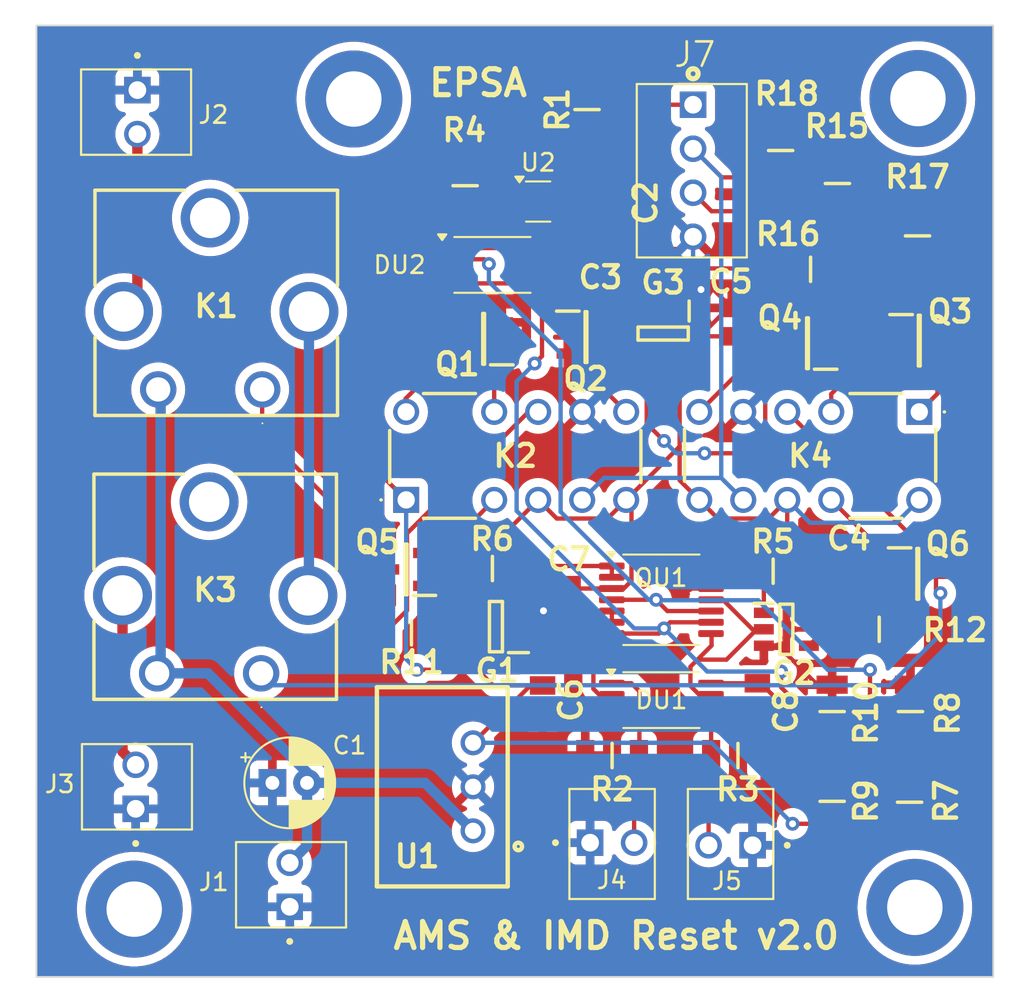
<source format=kicad_pcb>
(kicad_pcb (version 20240108) (generator "pcbnew") (generator_version "8.0")
  (layers (0 "F.Cu" signal) (31 "B.Cu" signal) (34 "B.Paste" user) (35 "F.Paste" user) (36 "B.SilkS" user "B.Silkscreen") (37 "F.SilkS" user "F.Silkscreen") (38 "B.Mask" user) (39 "F.Mask" user) (44 "Edge.Cuts" user))
  (net 0 "")
  (net 1 "GND")
  (net 2 "+12V")
  (net 3 "+5V")
  (net 4 "/AMS_OK")
  (net 5 "/Raw_AMS_OK")
  (net 6 "Net-(G3-Pad4)")
  (net 7 "/IMD_OK")
  (net 8 "/Raw_IMD_OK")
  (net 9 "Net-(K2-COM_2)")
  (net 10 "/IMD_SCS_Compliance")
  (net 11 "/SC in")
  (net 12 "/SC out")
  (net 13 "/AMS_SCS_Compliance")
  (net 14 "Net-(K2-Reset_2)")
  (net 15 "Net-(K4-COM_1)")
  (net 16 "/0.75V")
  (net 17 "/4.25V")
  (net 18 "/Button_Output_SCS_Compliance")
  (net 19 "/Button_Output")
  (net 20 "/Button_Input")
  (net 21 "/Raw_Button_Output")
  (net 22 "/Button_Input_SCS")
  (net 23 "Net-(K1-Pad1)")
  (net 24 "Net-(K2-COIL2-Pad7)")
  (net 25 "Net-(K2-COIL1-Pad12)")
  (net 26 "/SC_Closed_IMD")
  (net 27 "Net-(K4-COIL1-Pad1)")
  (net 28 "Net-(K4-COIL2-Pad6)")
  (net 29 "/SC_Closed_AMS")
  (net 30 "Net-(G1-Pad4)")
  (net 31 "Net-(G2-Pad4)")
  (net 33 "Net-(K1-Pad2)")
  (net 34 "Net-(K3-Pad1)")
  (net 36 "Net-(K4-Reset_1)")
  (footprint "EPSA_lib:RESC3216X70N" (layer "F.Cu") (at 190.0174 73.5076 90)
    (property "Reference" "R18")
    (property "Value" "100k" (hide yes))
  )
  (footprint "EPSA_lib:RESC3216X70N" (layer "F.Cu") (at 192.9892 111.0748 -90)
    (property "Reference" "R9")
    (property "Value" "12k" (hide yes))
  )
  (footprint "Package_TO_SOT_SMD:SOT-353_SC-70-5_Handsoldering" (layer "F.Cu") (at 176.022 76.454)
    (property "Reference" "U2")
    (property "Value" "~")
  )
  (footprint "" (layer "F.Cu") (at 165.3794 70.5358)
    (property "Reference" "")
    (property "Value" "")
  )
  (footprint "Package_SO:TSSOP-14_4.4x5mm_P0.65mm" (layer "F.Cu") (at 183.134 99.4404)
    (property "Reference" "QU1")
    (property "Value" "Opamp_Quad")
  )
  (footprint "EPSA_lib:MOLEX_22-11-2022" (layer "F.Cu") (at 179.0192 113.4612)
    (property "Reference" "J4")
    (property "Value" "2P Droit 2-11-2022")
  )
  (footprint "" (layer "F.Cu") (at 197.9422 70.5104)
    (property "Reference" "")
    (property "Value" "")
  )
  (footprint "EPSA_lib:V23079B1201B301" (layer "F.Cu") (at 168.402 93.6752)
    (property "Reference" "K2")
    (property "Value" "Bistable V23079B1201B301" (hide yes))
  )
  (footprint "EPSA_lib:RESC3216X70N" (layer "F.Cu") (at 197.4596 111.1256 -90)
    (property "Reference" "R7")
    (property "Value" "82k" (hide yes))
  )
  (footprint "EPSA_lib:MOLEX_22-11-2022" (layer "F.Cu") (at 188.3984 113.6112 180)
    (property "Reference" "J5")
    (property "Value" "2P Droit 2-11-2022")
  )
  (footprint "EPSA_lib:SOT95P237X112-3N" (layer "F.Cu") (at 198.0184 84.4804)
    (property "Reference" "Q3")
    (property "Value" "NMOS SQ2348ES-T1_GE3" (hide yes))
  )
  (footprint "EPSA_lib:CP112V" (layer "F.Cu") (at 160.0294 103.6864 180)
    (property "Reference" "K3")
    (property "Value" "Relais PCB" (hide yes))
  )
  (footprint "EPSA_lib:SOT95P237X112-3N" (layer "F.Cu") (at 178.782 84.2772)
    (property "Reference" "Q2")
    (property "Value" "NMOS SQ2348ES-T1_GE3" (hide yes))
  )
  (footprint "EPSA_lib:RESC3216X70N" (layer "F.Cu") (at 180.2892 108.432 180)
    (property "Reference" "R2")
    (property "Value" "500k" (hide yes))
  )
  (footprint "EPSA_lib:CAPC2012X130N" (layer "F.Cu") (at 194.1068 98.1456 -90)
    (property "Reference" "C4")
    (property "Value" "1u" (hide yes))
  )
  (footprint "EPSA_lib:RESC3216X70N" (layer "F.Cu") (at 173.3804 97.6376)
    (property "Reference" "R6")
    (property "Value" "10k" (hide yes))
  )
  (footprint "EPSA_lib:RESC3216X70N" (layer "F.Cu") (at 171.8056 75.5396 -90)
    (property "Reference" "R4")
    (property "Value" "10k" (hide yes))
  )
  (footprint "EPSA_lib:RESC3216X70N" (layer "F.Cu") (at 193.294 75.4126 -90)
    (property "Reference" "R15")
    (property "Value" "3k9" (hide yes))
  )
  (footprint "EPSA_lib:MOLEX_22-11-2042" (layer "F.Cu") (at 184.9628 74.676 -90)
    (property "Reference" "J7")
    (property "Value" "4P Droit 22-11-2042")
  )
  (footprint "EPSA_lib:CAPC2012X130N" (layer "F.Cu") (at 188.6712 105.0792 -90)
    (property "Reference" "C8")
    (property "Value" "1u" (hide yes))
  )
  (footprint "EPSA_lib:CP112V" (layer "F.Cu") (at 160.0896 87.2998 180)
    (property "Reference" "K1")
    (property "Value" "Relais PCB" (hide yes))
  )
  (footprint "EPSA_lib:CAPC2012X130N" (layer "F.Cu") (at 176.276 105.2068 -90)
    (property "Reference" "C6")
    (property "Value" "1u" (hide yes))
  )
  (footprint "EPSA_lib:SOT95P280X145-5N" (layer "F.Cu") (at 183.2356 84.074 -90)
    (property "Reference" "G3")
    (property "Value" "Gate AND SN74AHCT1G08DBVR" (hide yes))
  )
  (footprint "EPSA_lib:SOT95P237X112-3N" (layer "F.Cu") (at 168.402 97.6884 180)
    (property "Reference" "Q5")
    (property "Value" "NMOS SQ2348ES-T1_GE3" (hide yes))
  )
  (footprint "EPSA_lib:RESC3216X70N" (layer "F.Cu") (at 192.9892 105.8932 -90)
    (property "Reference" "R10")
    (property "Value" "82k" (hide yes))
  )
  (footprint "Package_SO:TSSOP-8_4.4x3mm_P0.65mm" (layer "F.Cu") (at 173.3804 80.1116)
    (property "Reference" "DU2")
    (property "Value" "Opamp_Dual")
  )
  (footprint "EPSA_lib:SOT95P237X112-3N" (layer "F.Cu") (at 197.9336 97.9424)
    (property "Reference" "Q6")
    (property "Value" "NMOS SQ2348ES-T1_GE3" (hide yes))
  )
  (footprint "EPSA_lib:V23079B1201B301" (layer "F.Cu") (at 198.0184 88.5952 180)
    (property "Reference" "K4")
    (property "Value" "Bistable V23079B1201B301" (hide yes))
  )
  (footprint "EPSA_lib:SOT95P237X112-3N" (layer "F.Cu") (at 172.8724 84.3788 180)
    (property "Reference" "Q1")
    (property "Value" "NMOS SQ2348ES-T1_GE3" (hide yes))
  )
  (footprint "EPSA_lib:RESC3216X70N" (layer "F.Cu") (at 178.8414 71.1454 90)
    (property "Reference" "R1")
    (property "Value" "500k" (hide yes))
  )
  (footprint "EPSA_lib:CAPC2012X130N" (layer "F.Cu") (at 177.7492 99.4156 -90)
    (property "Reference" "C7")
    (property "Value" "1u" (hide yes))
  )
  (footprint "Capacitor_THT:CP_Radial_D5.0mm_P2.00mm" (layer "F.Cu") (at 160.6804 110.0074)
    (property "Reference" "C1")
    (property "Value" "C")
  )
  (footprint "" (layer "F.Cu") (at 197.7644 117.1956)
    (property "Reference" "")
    (property "Value" "")
  )
  (footprint "EPSA_lib:RESC3216X70N" (layer "F.Cu") (at 191.7446 80.3656 180)
    (property "Reference" "R16")
    (property "Value" "8k2" (hide yes))
  )
  (footprint "EPSA_lib:MOLEX_22-11-2022" (layer "F.Cu") (at 152.888 70.0214 -90)
    (property "Reference" "J2")
    (property "Value" "2P Droit 2-11-2022")
  )
  (footprint "EPSA_lib:MOLEX_22-11-2022" (layer "F.Cu") (at 161.6816 117.1608 90)
    (property "Reference" "J1")
    (property "Value" "2P Droit 2-11-2022")
  )
  (footprint "EPSA_lib:SOT95P280X145-5N" (layer "F.Cu") (at 190.3476 101.1428)
    (property "Reference" "G2")
    (property "Value" "Gate NAND SN74AHCT1G00DBVR" (hide yes))
  )
  (footprint "EPSA_lib:CAPC2012X130N" (layer "F.Cu") (at 187.198 83.4136 -90)
    (property "Reference" "C5")
    (property "Value" "1u" (hide yes))
  )
  (footprint "EPSA_lib:RESC3216X70N" (layer "F.Cu") (at 197.9168 78.4352 90)
    (property "Reference" "R17")
    (property "Value" "8k2" (hide yes))
  )
  (footprint "EPSA_lib:RESC3216X70N" (layer "F.Cu") (at 195.707 101.1428)
    (property "Reference" "R12")
    (property "Value" "500" (hide yes))
  )
  (footprint "EPSA_lib:RESC3216X70N" (layer "F.Cu") (at 189.5856 97.79)
    (property "Reference" "R5")
    (property "Value" "10k" (hide yes))
  )
  (footprint "EPSA_lib:RESC3216X70N" (layer "F.Cu") (at 187.5536 108.432)
    (property "Reference" "R3")
    (property "Value" "500k" (hide yes))
  )
  (footprint "EPSA_lib:SOT95P280X145-5N" (layer "F.Cu") (at 173.5836 100.9904 180)
    (property "Reference" "G1")
    (property "Value" "Gate NAND SN74AHCT1G00DBVR" (hide yes))
  )
  (footprint "EPSA_lib:RESC3216X70N" (layer "F.Cu") (at 197.5104 105.8932 -90)
    (property "Reference" "R8")
    (property "Value" "12k" (hide yes))
  )
  (footprint "EPSA_lib:CAPC2012X130N" (layer "F.Cu") (at 180.3908 76.4032 90)
    (property "Reference" "C2")
    (property "Value" "1u" (hide yes))
  )
  (footprint "EPSA_lib:SOT95P237X112-3N" (layer "F.Cu") (at 191.5668 84.6328 180)
    (property "Reference" "Q4")
    (property "Value" "NMOS SQ2348ES-T1_GE3" (hide yes))
  )
  (footprint "EPSA_lib:CAPC2012X130N" (layer "F.Cu") (at 179.6288 79.1972 180)
    (property "Reference" "C3")
    (property "Value" "1u" (hide yes))
  )
  (footprint "EPSA_lib:MOLEX_22-11-2022" (layer "F.Cu") (at 152.7888 111.5062 90)
    (property "Reference" "J3")
    (property "Value" "2P Droit 2-11-2022")
  )
  (footprint "EPSA_lib:TSR-0.5-2433" (layer "F.Cu") (at 174.2628 115.986 90)
    (property "Reference" "U1")
    (property "Value" "Alim LP TSR_0.5-2450" (hide yes))
  )
  (footprint "EPSA_lib:RESC3216X70N" (layer "F.Cu") (at 168.7068 101.346 180)
    (property "Reference" "R11")
    (property "Value" "500" (hide yes))
  )
  (footprint "" (layer "F.Cu") (at 152.7048 117.2972)
    (property "Reference" "")
    (property "Value" "")
  )
  (footprint "Package_SO:TSSOP-8_4.4x3mm_P0.65mm" (layer "F.Cu") (at 183.134 105.2316)
    (property "Reference" "DU1")
    (property "Value" "Opamp_Dual")
  )
  (gr_rect (start 147.066 66.294) (end 202.2856 121.2088) (stroke (width 0.1)) (fill none) (layer "Edge.Cuts"))
  (gr_text "AMS & IMD Reset v2.0" (at 193.548 119.7102 0) (layer "F.SilkS") (effects (font (size 1.5 1.5) (thickness 0.3) (bold yes)) (justify right bottom)))
  (gr_text "EPSA" (at 169.5704 70.485 0) (layer "F.SilkS") (effects (font (size 1.5 1.5) (thickness 0.3) (bold yes)) (justify left bottom)))
  (segment (start 176.2912 100.0404) (end 174.8836 100.0404) (width 0.25) (layer "F.Cu") (net 1))
  (segment (start 182.4702 83.7836) (end 185.808 83.7836) (width 0.25) (layer "F.Cu") (net 1))
  (segment (start 192.123 104.3432) (end 192.9892 104.3432) (width 0.25) (layer "F.Cu") (net 1))
  (segment (start 176.3268 100.076) (end 176.2912 100.0404) (width 0.25) (layer "F.Cu") (net 1))
  (segment (start 184.2516 79.1972) (end 180.4488 79.1972) (width 0.25) (layer "F.Cu") (net 1))
  (segment (start 188.6712 107.9996) (end 189.1036 108.432) (width 0.25) (layer "F.Cu") (net 1))
  (segment (start 176.3268 100.076) (end 176.4864 100.2356) (width 0.25) (layer "F.Cu") (net 1))
  (segment (start 188.6712 105.8992) (end 188.6712 107.9996) (width 0.25) (layer "F.Cu") (net 1))
  (segment (start 185.42 81.534) (end 186.1384 81.534) (width 0.25) (layer "F.Cu") (net 1))
  (segment (start 186.1384 81.534) (end 187.198 82.5936) (width 0.25) (layer "F.Cu") (net 1))
  (segment (start 182.2856 83.599) (end 182.4702 83.7836) (width 0.25) (layer "F.Cu") (net 1))
  (segment (start 176.4864 100.2356) (end 177.7492 100.2356) (width 0.25) (layer "F.Cu") (net 1))
  (segment (start 184.2672 98.7904) (end 184.2516 98.806) (width 0.25) (layer "F.Cu") (net 1))
  (segment (start 184.9628 78.486) (end 184.2516 79.1972) (width 0.25) (layer "F.Cu") (net 1))
  (segment (start 189.0476 102.0928) (end 189.8726 102.0928) (width 0.25) (layer "F.Cu") (net 1))
  (segment (start 186.998 82.5936) (end 187.198 82.5936) (width 0.25) (layer "F.Cu") (net 1))
  (segment (start 185.808 83.7836) (end 186.998 82.5936) (width 0.25) (layer "F.Cu") (net 1))
  (segment (start 185.9965 98.7904) (end 184.2672 98.7904) (width 0.25) (layer "F.Cu") (net 1))
  (segment (start 182.2856 82.774) (end 182.2856 83.599) (width 0.25) (layer "F.Cu") (net 1))
  (segment (start 189.8726 102.0928) (end 192.123 104.3432) (width 0.25) (layer "F.Cu") (net 1))
  (via (at 176.3268 100.076) (size 0.8) (drill 0.4) (layers "F.Cu" "B.Cu") (net 1))
  (via (at 185.42 81.534) (size 0.8) (drill 0.4) (layers "F.Cu" "B.Cu") (net 1))
  (segment (start 184.9628 78.486) (end 184.9628 81.0768) (width 0.25) (layer "B.Cu") (net 1))
  (segment (start 184.9628 81.0768) (end 185.42 81.534) (width 0.25) (layer "B.Cu") (net 1))
  (segment (start 156.9594 103.6864) (end 162.6804 109.4074) (width 0.6) (layer "B.Cu") (net 2))
  (segment (start 154.2294 87.4396) (end 154.2294 103.4864) (width 0.6) (layer "B.Cu") (net 2))
  (segment (start 154.0896 87.2998) (end 154.2294 87.4396) (width 0.6) (layer "B.Cu") (net 2))
  (segment (start 169.4942 110.0074) (end 162.6804 110.0074) (width 0.6) (layer "B.Cu") (net 2))
  (segment (start 154.0294 103.6864) (end 156.9594 103.6864) (width 0.6) (layer "B.Cu") (net 2))
  (segment (start 162.6804 110.0074) (end 162.6804 113.622) (width 0.6) (layer "B.Cu") (net 2))
  (segment (start 162.6804 109.4074) (end 162.6804 110.0074) (width 0.6) (layer "B.Cu") (net 2))
  (segment (start 154.2294 103.4864) (end 154.0294 103.6864) (width 0.6) (layer "B.Cu") (net 2))
  (segment (start 172.2628 112.776) (end 169.4942 110.0074) (width 0.6) (layer "B.Cu") (net 2))
  (segment (start 162.6804 113.622) (end 161.6816 114.6208) (width 0.6) (layer "B.Cu") (net 2))
  (segment (start 172.2836 103.2464) (end 172.2836 101.9404) (width 0.25) (layer "F.Cu") (net 3))
  (segment (start 181.102 93.6752) (end 180.027 94.7502) (width 0.25) (layer "F.Cu") (net 3))
  (segment (start 176.2429 79.1366) (end 176.2429 78.2131) (width 0.25) (layer "F.Cu") (net 3))
  (segment (start 185.326 84.2336) (end 184.1856 85.374) (width 0.25) (layer "F.Cu") (net 3))
  (segment (start 191.1356 97.79) (end 192.3112 98.9656) (width 0.25) (layer "F.Cu") (net 3))
  (segment (start 172.2628 107.696) (end 175.572 104.3868) (width 0.25) (layer "F.Cu") (net 3))
  (segment (start 180.027 94.7502) (end 177.097 94.7502) (width 0.25) (layer "F.Cu") (net 3))
  (segment (start 173.3296 99.1368) (end 171.8304 97.6376) (width 0.25) (layer "F.Cu") (net 3))
  (segment (start 185.9991 104.2592) (end 185.9965 104.2566) (width 0.25) (layer "F.Cu") (net 3))
  (segment (start 176.022 93.6752) (end 172.0596 97.6376) (width 0.25) (layer "F.Cu") (net 3))
  (segment (start 181.4068 98.346412) (end 181.4068 93.98) (width 0.25) (layer "F.Cu") (net 3))
  (segment (start 180.2715 98.7904) (end 177.944 98.7904) (width 0.25) (layer "F.Cu") (net 3))
  (segment (start 172.0596 97.6376) (end 171.8304 97.6376) (width 0.25) (layer "F.Cu") (net 3))
  (segment (start 180.2716 77.104) (end 180.3908 77.2232) (width 0.25) (layer "F.Cu") (net 3))
  (segment (start 178.6974 79.0858) (end 178.8088 79.1972) (width 0.25) (layer "F.Cu") (net 3))
  (segment (start 187.198 84.2336) (end 185.326 84.2336) (width 0.25) (layer "F.Cu") (net 3))
  (segment (start 190.7032 112.3696) (end 192.734 112.3696) (width 0.25) (layer "F.Cu") (net 3))
  (segment (start 181.4068 93.98) (end 181.102 93.6752) (width 0.25) (layer "F.Cu") (net 3))
  (segment (start 190.3216 80.4926) (end 190.3216 82.095) (width 0.25) (layer "F.Cu") (net 3))
  (segment (start 188.6712 104.2592) (end 185.9991 104.2592) (width 0.25) (layer "F.Cu") (net 3))
  (segment (start 173.424 104.3868) (end 172.2836 103.2464) (width 0.25) (layer "F.Cu") (net 3))
  (segment (start 178.8088 79.1972) (end 178.8088 79.3972) (width 0.25) (layer "F.Cu") (net 3))
  (segment (start 190.1438 80.3148) (end 190.1946 80.3656) (width 0.25) (layer "F.Cu") (net 3))
  (segment (start 188.183 84.2336) (end 187.198 84.2336) (width 0.25) (layer "F.Cu") (net 3))
  (segment (start 177.944 98.7904) (end 177.7492 98.5956) (width 0.25) (layer "F.Cu") (net 3))
  (segment (start 179.7264 80.3148) (end 190.1438 80.3148) (width 0.25) (layer "F.Cu") (net 3))
  (segment (start 189.3234 94.7502) (end 186.3934 94.7502) (width 0.25) (layer "F.Cu") (net 3))
  (segment (start 197.4596 112.6756) (end 193.04 112.6756) (width 0.25) (layer "F.Cu") (net 3))
  (segment (start 186.3934 94.7502) (end 185.3184 93.6752) (width 0.25) (layer "F.Cu") (net 3))
  (segment (start 180.962812 98.7904) (end 181.4068 98.346412) (width 0.25) (layer "F.Cu") (net 3))
  (segment (start 170.7444 103.4796) (end 169.0116 103.4796) (width 0.25) (layer "F.Cu") (net 3))
  (segment (start 173.3296 100.8944) (end 173.3296 99.1368) (width 0.25) (layer "F.Cu") (net 3))
  (segment (start 191.6476 99.6292) (end 191.6476 100.1928) (width 0.25) (layer "F.Cu") (net 3))
  (segment (start 184.1856 85.374) (end 184.1856 90.5916) (width 0.25) (layer "F.Cu") (net 3))
  (segment (start 188.8712 104.2592) (end 191.4652 106.8532) (width 0.25) (layer "F.Cu") (net 3))
  (segment (start 171.8056 73.9896) (end 169.5704 73.9896) (width 0.25) (layer "F.Cu") (net 3))
  (segment (start 166.116 77.444) (end 166.116 91.3892) (width 0.25) (layer "F.Cu") (net 3))
  (segment (start 191.4652 106.8532) (end 191.4652 111.1008) (width 0.25) (layer "F.Cu") (net 3))
  (segment (start 176.2429 79.1366) (end 176.2937 79.0858) (width 0.25) (layer "F.Cu") (net 3))
  (segment (start 172.2836 101.9404) (end 170.7444 103.4796) (width 0.25) (layer "F.Cu") (net 3))
  (segment (start 190.3216 82.095) (end 188.183 84.2336) (width 0.25) (layer "F.Cu") (net 3))
  (segment (start 190.3984 93.6752) (end 189.3234 94.7502) (width 0.25) (layer "F.Cu") (net 3))
  (segment (start 177.352 77.104) (end 180.2716 77.104) (width 0.25) (layer "F.Cu") (net 3))
  (segment (start 192.734 112.3696) (end 192.9892 112.6248) (width 0.25) (layer "F.Cu") (net 3))
  (segment (start 169.5704 73.9896) (end 166.116 77.444) (width 0.25) (layer "F.Cu") (net 3))
  (segment (start 192.3112 98.9656) (end 191.6476 99.6292) (width 0.25) (layer "F.Cu") (net 3))
  (segment (start 190.1946 80.3656) (end 190.3216 80.4926) (width 0.25) (layer "F.Cu") (net 3))
  (segment (start 188.6712 104.2592) (end 188.8712 104.2592) (width 0.25) (layer "F.Cu") (net 3))
  (segment (start 178.8088 79.3972) (end 179.7264 80.3148) (width 0.25) (layer "F.Cu") (net 3))
  (segment (start 176.2937 79.0858) (end 178.6974 79.0858) (width 0.25) (layer "F.Cu") (net 3))
  (segment (start 176.2429 78.2131) (end 177.352 77.104) (width 0.25) (layer "F.Cu") (net 3))
  (segment (start 176.276 104.3868) (end 173.424 104.3868) (width 0.25) (layer "F.Cu") (net 3))
  (segment (start 184.1856 90.5916) (end 181.102 93.6752) (width 0.25) (layer "F.Cu") (net 3))
  (segment (start 184.1856 92.5424) (end 185.3184 93.6752) (width 0.25) (layer "F.Cu") (net 3))
  (segment (start 184.1856 90.5916) (end 184.1856 92.5424) (width 0.25) (layer "F.Cu") (net 3))
  (segment (start 177.097 94.7502) (end 176.022 93.6752) (width 0.25) (layer "F.Cu") (net 3))
  (segment (start 193.04 112.6756) (end 192.9892 112.6248) (width 0.25) (layer "F.Cu") (net 3))
  (segment (start 192.3112 98.9656) (end 194.1068 98.9656) (width 0.25) (layer "F.Cu") (net 3))
  (segment (start 190.3984 93.6752) (end 190.3984 97.0528) (width 0.25) (layer "F.Cu") (net 3))
  (segment (start 172.2836 101.9404) (end 173.3296 100.8944) (width 0.25) (layer "F.Cu") (net 3))
  (segment (start 190.3984 97.0528) (end 191.1356 97.79) (width 0.25) (layer "F.Cu") (net 3))
  (segment (start 180.2715 98.7904) (end 180.962812 98.7904) (width 0.25) (layer "F.Cu") (net 3))
  (segment (start 175.572 104.3868) (end 176.276 104.3868) (width 0.25) (layer "F.Cu") (net 3))
  (segment (start 166.116 91.3892) (end 168.402 93.6752) (width 0.25) (layer "F.Cu") (net 3))
  (segment (start 191.4652 111.1008) (end 192.9892 112.6248) (width 0.25) (layer "F.Cu") (net 3))
  (via (at 169.0116 103.4796) (size 0.8) (drill 0.4) (layers "F.Cu" "B.Cu") (net 3))
  (via (at 190.7032 112.3696) (size 0.8) (drill 0.4) (layers "F.Cu" "B.Cu") (net 3))
  (segment (start 186.0296 107.696) (end 190.7032 112.3696) (width 0.25) (layer "B.Cu") (net 3))
  (segment (start 196.6976 94.996) (end 198.0184 93.6752) (width 0.25) (layer "B.Cu") (net 3))
  (segment (start 169.0116 103.4796) (end 168.402 102.87) (width 0.25) (layer "B.Cu") (net 3))
  (segment (start 168.402 102.87) (end 168.402 93.6752) (width 0.25) (layer "B.Cu") (net 3))
  (segment (start 172.2628 107.696) (end 186.0296 107.696) (width 0.25) (layer "B.Cu") (net 3))
  (segment (start 191.7192 94.996) (end 196.6976 94.996) (width 0.25) (layer "B.Cu") (net 3))
  (segment (start 190.3984 93.6752) (end 191.7192 94.996) (width 0.25) (layer "B.Cu") (net 3))
  (segment (start 186.0296 102.082) (end 186.0296 101.4235) (width 0.25) (layer "F.Cu") (net 4))
  (segment (start 188.6452 101.1428) (end 189.0476 101.1428) (width 0.25) (layer "F.Cu") (net 4))
  (segment (start 185.9965 104.9066) (end 185.305188 104.9066) (width 0.25) (layer "F.Cu") (net 4))
  (segment (start 186.0296 101.4235) (end 185.9965 101.3904) (width 0.25) (layer "F.Cu") (net 4))
  (segment (start 185.2168 102.8948) (end 186.0296 102.082) (width 0.25) (layer "F.Cu") (net 4))
  (segment (start 185.305188 104.9066) (end 184.8104 104.411812) (width 0.25) (layer "F.Cu") (net 4))
  (segment (start 189.0476 101.1428) (end 188.390212 101.1428) (width 0.25) (layer "F.Cu") (net 4))
  (segment (start 184.8104 103.3012) (end 185.2168 102.8948) (width 0.25) (layer "F.Cu") (net 4))
  (segment (start 185.2168 102.8948) (end 186.8932 102.8948) (width 0.25) (layer "F.Cu") (net 4))
  (segment (start 184.8104 104.411812) (end 184.8104 103.3012) (width 0.25) (layer "F.Cu") (net 4))
  (segment (start 185.9965 104.9066) (end 185.9965 105.5566) (width 0.25) (layer "F.Cu") (net 4))
  (segment (start 186.8932 102.8948) (end 188.6452 101.1428) (width 0.25) (layer "F.Cu") (net 4))
  (segment (start 186.687812 99.4404) (end 185.9965 99.4404) (width 0.25) (layer "F.Cu") (net 4))
  (segment (start 188.390212 101.1428) (end 186.687812 99.4404) (width 0.25) (layer "F.Cu") (net 4))
  (segment (start 185.8584 113.6112) (end 185.8584 108.5772) (width 0.25) (layer "F.Cu") (net 5))
  (segment (start 185.8584 108.5772) (end 186.0036 108.432) (width 0.25) (layer "F.Cu") (net 5))
  (segment (start 186.0036 108.432) (end 186.0036 106.2137) (width 0.25) (layer "F.Cu") (net 5))
  (segment (start 186.0036 106.2137) (end 185.9965 106.2066) (width 0.25) (layer "F.Cu") (net 5))
  (segment (start 191.074 85.5828) (end 192.6168 85.5828) (width 0.25) (layer "F.Cu") (net 6))
  (segment (start 183.2864 90.2716) (end 182.2856 89.2708) (width 0.25) (layer "F.Cu") (net 6))
  (segment (start 189.1284 87.5284) (end 191.074 85.5828) (width 0.25) (layer "F.Cu") (net 6))
  (segment (start 185.6232 90.9828) (end 187.7568 90.9828) (width 0.25) (layer "F.Cu") (net 6))
  (segment (start 182.2856 84.549) (end 181.0638 83.3272) (width 0.25) (layer "F.Cu") (net 6))
  (segment (start 189.1284 89.6112) (end 189.1284 87.5284) (width 0.25) (layer "F.Cu") (net 6))
  (segment (start 182.2856 85.374) (end 182.2856 84.549) (width 0.25) (layer "F.Cu") (net 6))
  (segment (start 187.7568 90.9828) (end 189.1284 89.6112) (width 0.25) (layer "F.Cu") (net 6))
  (segment (start 181.0638 83.3272) (end 177.732 83.3272) (width 0.25) (layer "F.Cu") (net 6))
  (segment (start 182.2856 89.2708) (end 182.2856 85.374) (width 0.25) (layer "F.Cu") (net 6))
  (via (at 183.2864 90.2716) (size 0.8) (drill 0.4) (layers "F.Cu" "B.Cu") (net 6))
  (via (at 185.6232 90.9828) (size 0.8) (drill 0.4) (layers "F.Cu" "B.Cu") (net 6))
  (segment (start 185.6232 90.9828) (end 183.9976 90.9828) (width 0.25) (layer "B.Cu") (net 6))
  (segment (start 183.9976 90.9828) (end 183.2864 90.2716) (width 0.25) (layer "B.Cu") (net 6))
  (segment (start 178.380188 101.9404) (end 179.580188 100.7404) (width 0.25) (layer "F.Cu") (net 7))
  (segment (start 174.8836 101.9404) (end 178.380188 101.9404) (width 0.25) (layer "F.Cu") (net 7))
  (segment (start 179.209 104.581599) (end 179.534001 104.9066) (width 0.25) (layer "F.Cu") (net 7))
  (segment (start 180.2715 100.0904) (end 180.2715 100.7404) (width 0.25) (layer "F.Cu") (net 7))
  (segment (start 180.2715 104.9066) (end 180.2715 105.5566) (width 0.25) (layer "F.Cu") (net 7))
  (segment (start 179.580188 100.7404) (end 180.2715 100.7404) (width 0.25) (layer "F.Cu") (net 7))
  (segment (start 179.534001 104.9066) (end 180.2715 104.9066) (width 0.25) (layer "F.Cu") (net 7))
  (segment (start 179.534001 100.7404) (end 179.209 101.065401) (width 0.25) (layer "F.Cu") (net 7))
  (segment (start 180.2715 100.7404) (end 179.534001 100.7404) (width 0.25) (layer "F.Cu") (net 7))
  (segment (start 179.209 101.065401) (end 179.209 104.581599) (width 0.25) (layer "F.Cu") (net 7))
  (segment (start 181.8392 108.432) (end 181.864 108.4072) (width 0.25) (layer "F.Cu") (net 8))
  (segment (start 181.864 104.7236) (end 181.397 104.2566) (width 0.25) (layer "F.Cu") (net 8))
  (segment (start 181.397 104.2566) (end 180.2715 104.2566) (width 0.25) (layer "F.Cu") (net 8))
  (segment (start 181.864 108.4072) (end 181.864 104.7236) (width 0.25) (layer "F.Cu") (net 8))
  (segment (start 181.5592 113.4612) (end 181.5592 108.712) (width 0.25) (layer "F.Cu") (net 8))
  (segment (start 181.5592 108.712) (end 181.8392 108.432) (width 0.25) (layer "F.Cu") (net 8))
  (segment (start 175.4632 88.5952) (end 168.4528 95.6056) (width 0.25) (layer "F.Cu") (net 9))
  (segment (start 168.4528 95.6056) (end 168.4528 100.05) (width 0.25) (layer "F.Cu") (net 9))
  (segment (start 168.4528 100.05) (end 167.1568 101.346) (width 0.25) (layer "F.Cu") (net 9))
  (segment (start 176.022 88.5952) (end 175.4632 88.5952) (width 0.25) (layer "F.Cu") (net 9))
  (segment (start 180.2715 97.4904) (end 175.0776 97.4904) (width 0.25) (layer "F.Cu") (net 10))
  (segment (start 174.9304 97.6376) (end 174.9304 98.0126) (width 0.25) (layer "F.Cu") (net 10))
  (segment (start 175.0776 97.4904) (end 174.9304 97.6376) (width 0.25) (layer "F.Cu") (net 10))
  (segment (start 173.8586 100.7904) (end 174.0586 100.9904) (width 0.25) (layer "F.Cu") (net 10))
  (segment (start 174.0586 100.9904) (end 174.8836 100.9904) (width 0.25) (layer "F.Cu") (net 10))
  (segment (start 174.9304 98.0126) (end 173.8586 99.0844) (width 0.25) (layer "F.Cu") (net 10))
  (segment (start 180.2715 97.4904) (end 180.2715 98.1404) (width 0.25) (layer "F.Cu") (net 10))
  (segment (start 173.8586 99.0844) (end 173.8586 100.7904) (width 0.25) (layer "F.Cu") (net 10))
  (segment (start 152.888 72.5614) (end 152.888 82.0014) (width 0.6) (layer "F.Cu") (net 11))
  (segment (start 152.888 82.0014) (end 152.0896 82.7998) (width 0.6) (layer "F.Cu") (net 11))
  (segment (start 152.0294 99.1864) (end 152.0294 108.2068) (width 0.6) (layer "F.Cu") (net 12))
  (segment (start 152.0294 108.2068) (end 152.7888 108.9662) (width 0.6) (layer "F.Cu") (net 12))
  (segment (start 189.0476 100.1928) (end 189.0476 98.802) (width 0.25) (layer "F.Cu") (net 13))
  (segment (start 185.9965 97.4904) (end 187.736 97.4904) (width 0.25) (layer "F.Cu") (net 13))
  (segment (start 185.9965 97.4904) (end 185.9965 98.1404) (width 0.25) (layer "F.Cu") (net 13))
  (segment (start 189.0476 98.802) (end 188.0356 97.79) (width 0.25) (layer "F.Cu") (net 13))
  (segment (start 187.736 97.4904) (end 188.0356 97.79) (width 0.25) (layer "F.Cu") (net 13))
  (segment (start 173.482 85.7692) (end 173.482 88.5952) (width 0.25) (layer "F.Cu") (net 14))
  (segment (start 173.9224 85.3288) (end 173.482 85.7692) (width 0.25) (layer "F.Cu") (net 14))
  (segment (start 197.9168 96.1136) (end 197.9168 100.483) (width 0.25) (layer "F.Cu") (net 15))
  (segment (start 190.3984 88.5952) (end 197.9168 96.1136) (width 0.25) (layer "F.Cu") (net 15))
  (segment (start 197.9168 100.483) (end 197.257 101.1428) (width 0.25) (layer "F.Cu") (net 15))
  (segment (start 180.962812 99.4404) (end 180.2715 99.4404) (width 0.25) (layer "F.Cu") (net 16))
  (segment (start 197.4596 107.494) (end 197.5104 107.4432) (width 0.25) (layer "F.Cu") (net 16))
  (segment (start 183.4792 100.0904) (end 185.9965 100.0904) (width 0.25) (layer "F.Cu") (net 16))
  (segment (start 195.1736 105.0544) (end 195.1736 103.4796) (width 0.25) (layer "F.Cu") (net 16))
  (segment (start 197.4596 109.5756) (end 197.4596 107.494) (width 0.25) (layer "F.Cu") (net 16))
  (segment (start 182.8292 99.4404) (end 180.2715 99.4404) (width 0.25) (layer "F.Cu") (net 16))
  (segment (start 197.5104 107.3912) (end 195.1736 105.0544) (width 0.25) (layer "F.Cu") (net 16))
  (segment (start 172.903 79.7866) (end 170.5179 79.7866) (width 0.25) (layer "F.Cu") (net 16))
  (segment (start 173.1772 80.0608) (end 172.903 79.7866) (width 0.25) (layer "F.Cu") (net 16))
  (segment (start 182.8292 99.4404) (end 183.4792 100.0904) (width 0.25) (layer "F.Cu") (net 16))
  (segment (start 197.5104 107.4432) (end 197.5104 107.3912) (width 0.25) (layer "F.Cu") (net 16))
  (via (at 195.1736 103.4796) (size 0.8) (drill 0.4) (layers "F.Cu" "B.Cu") (net 16))
  (via (at 182.8292 99.4404) (size 0.8) (drill 0.4) (layers "F.Cu" "B.Cu") (net 16))
  (via (at 173.1772 80.0608) (size 0.8) (drill 0.4) (layers "F.Cu" "B.Cu") (net 16))
  (segment (start 188.722 99.4664) (end 192.7352 103.4796) (width 0.25) (layer "B.Cu") (net 16))
  (segment (start 182.8292 99.4404) (end 182.8552 99.4664) (width 0.25) (layer "B.Cu") (net 16))
  (segment (start 177.3174 85.217) (end 177.3174 94.361) (width 0.25) (layer "B.Cu") (net 16))
  (segment (start 173.1772 80.0608) (end 173.1772 81.0768) (width 0.25) (layer "B.Cu") (net 16))
  (segment (start 177.3174 94.361) (end 182.3968 99.4404) (width 0.25) (layer "B.Cu") (net 16))
  (segment (start 173.1772 81.0768) (end 177.3174 85.217) (width 0.25) (layer "B.Cu") (net 16))
  (segment (start 192.7352 103.4796) (end 195.1736 103.4796) (width 0.25) (layer "B.Cu") (net 16))
  (segment (start 182.3968 99.4404) (end 182.8292 99.4404) (width 0.25) (layer "B.Cu") (net 16))
  (segment (start 182.8552 99.4664) (end 188.722 99.4664) (width 0.25) (layer "B.Cu") (net 16))
  (segment (start 176.2429 85.3771) (end 176.2429 81.0866) (width 0.25) (layer "F.Cu") (net 17))
  (segment (start 190.0428 103.5812) (end 190.0428 104.4968) (width 0.25) (layer "F.Cu") (net 17))
  (segment (start 183.638 100.7404) (end 185.9965 100.7404) (width 0.25) (layer "F.Cu") (net 17))
  (segment (start 183.2864 101.092) (end 182.988 101.3904) (width 0.25) (layer "F.Cu") (net 17))
  (segment (start 182.988 101.3904) (end 180.2715 101.3904) (width 0.25) (layer "F.Cu") (net 17))
  (segment (start 190.0428 104.4968) (end 192.9892 107.4432) (width 0.25) (layer "F.Cu") (net 17))
  (segment (start 192.9892 109.5248) (end 192.9892 107.4432) (width 0.25) (layer "F.Cu") (net 17))
  (segment (start 183.2864 101.092) (end 183.638 100.7404) (width 0.25) (layer "F.Cu") (net 17))
  (segment (start 175.8188 85.8012) (end 176.2429 85.3771) (width 0.25) (layer "F.Cu") (net 17))
  (via (at 175.8188 85.8012) (size 0.8) (drill 0.4) (layers "F.Cu" "B.Cu") (net 17))
  (via (at 183.2864 101.092) (size 0.8) (drill 0.4) (layers "F.Cu" "B.Cu") (net 17))
  (via (at 190.0428 103.5812) (size 0.8) (drill 0.4) (layers "F.Cu" "B.Cu") (net 17))
  (segment (start 185.7756 103.5812) (end 183.2864 101.092) (width 0.25) (layer "B.Cu") (net 17))
  (segment (start 174.7774 94.3102) (end 181.5592 101.092) (width 0.25) (layer "B.Cu") (net 17))
  (segment (start 190.0428 103.5812) (end 185.7756 103.5812) (width 0.25) (layer "B.Cu") (net 17))
  (segment (start 181.5592 101.092) (end 183.2864 101.092) (width 0.25) (layer "B.Cu") (net 17))
  (segment (start 174.7774 86.8426) (end 174.7774 94.3102) (width 0.25) (layer "B.Cu") (net 17))
  (segment (start 175.8188 85.8012) (end 174.7774 86.8426) (width 0.25) (layer "B.Cu") (net 17))
  (segment (start 170.5179 79.1366) (end 174.901588 79.1366) (width 0.25) (layer "F.Cu") (net 18))
  (segment (start 176.2429 79.7866) (end 177.2718 79.7866) (width 0.25) (layer "F.Cu") (net 18))
  (segment (start 174.901588 79.1366) (end 175.551588 79.7866) (width 0.25) (layer "F.Cu") (net 18))
  (segment (start 175.551588 79.7866) (end 176.2429 79.7866) (width 0.25) (layer "F.Cu") (net 18))
  (segment (start 183.0634 81.0768) (end 184.1856 82.199) (width 0.25) (layer "F.Cu") (net 18))
  (segment (start 171.8056 77.0896) (end 170.5179 78.3773) (width 0.25) (layer "F.Cu") (net 18))
  (segment (start 184.1856 82.199) (end 184.1856 82.774) (width 0.25) (layer "F.Cu") (net 18))
  (segment (start 178.562 81.0768) (end 183.0634 81.0768) (width 0.25) (layer "F.Cu") (net 18))
  (segment (start 177.2718 79.7866) (end 178.562 81.0768) (width 0.25) (layer "F.Cu") (net 18))
  (segment (start 170.5179 78.3773) (end 170.5179 79.1366) (width 0.25) (layer "F.Cu") (net 18))
  (segment (start 174.692 76.454) (end 174.692 77.104) (width 0.25) (layer "F.Cu") (net 19))
  (segment (start 170.5179 80.4366) (end 171.7242 80.4366) (width 0.25) (layer "F.Cu") (net 19))
  (segment (start 169.6414 80.4366) (end 170.5179 80.4366) (width 0.25) (layer "F.Cu") (net 19))
  (segment (start 182.966 81.874) (end 183.2356 82.1436) (width 0.25) (layer "F.Cu") (net 19))
  (segment (start 177.109 80.4366) (end 178.5464 81.874) (width 0.25) (layer "F.Cu") (net 19))
  (segment (start 174.692 76.454) (end 173.4397 76.454) (width 0.25) (layer "F.Cu") (net 19))
  (segment (start 169.2148 77.5716) (end 169.2148 80.01) (width 0.25) (layer "F.Cu") (net 19))
  (segment (start 172.466 81.1784) (end 174.4472 81.1784) (width 0.25) (layer "F.Cu") (net 19))
  (segment (start 178.5464 81.874) (end 182.966 81.874) (width 0.25) (layer "F.Cu") (net 19))
  (segment (start 173.4397 76.454) (end 172.9317 75.946) (width 0.25) (layer "F.Cu") (net 19))
  (segment (start 176.2429 80.4366) (end 177.109 80.4366) (width 0.25) (layer "F.Cu") (net 19))
  (segment (start 175.189 80.4366) (end 176.2429 80.4366) (width 0.25) (layer "F.Cu") (net 19))
  (segment (start 170.8404 75.946) (end 169.2148 77.5716) (width 0.25) (layer "F.Cu") (net 19))
  (segment (start 172.9317 75.946) (end 170.8404 75.946) (width 0.25) (layer "F.Cu") (net 19))
  (segment (start 171.7242 80.4366) (end 172.466 81.1784) (width 0.25) (layer "F.Cu") (net 19))
  (segment (start 174.4472 81.1784) (end 175.189 80.4366) (width 0.25) (layer "F.Cu") (net 19))
  (segment (start 169.2148 80.01) (end 169.6414 80.4366) (width 0.25) (layer "F.Cu") (net 19))
  (segment (start 183.2356 82.1436) (end 183.2356 82.774) (width 0.25) (layer "F.Cu") (net 19))
  (segment (start 190.0174 75.0576) (end 186.6144 75.0576) (width 0.25) (layer "F.Cu") (net 20))
  (segment (start 186.6144 75.0576) (end 184.9628 73.406) (width 0.25) (layer "F.Cu") (net 20))
  (segment (start 193.294 73.8626) (end 191.2124 73.8626) (width 0.25) (layer "F.Cu") (net 20))
  (segment (start 191.2124 73.8626) (end 190.0174 75.0576) (width 0.25) (layer "F.Cu") (net 20))
  (segment (start 186.5884 92.4052) (end 186.5884 75.0316) (width 0.25) (layer "B.Cu") (net 20))
  (segment (start 178.562 93.6752) (end 179.832 92.4052) (width 0.25) (layer "B.Cu") (net 20))
  (segment (start 186.7834 92.6002) (end 186.5884 92.4052) (width 0.25) (layer "B.Cu") (net 20))
  (segment (start 186.5884 75.0316) (end 184.9628 73.406) (width 0.25) (layer "B.Cu") (net 20))
  (segment (start 179.832 92.4052) (end 186.5884 92.4052) (width 0.25) (layer "B.Cu") (net 20))
  (segment (start 186.7834 92.6002) (end 187.8584 93.6752) (width 0.25) (layer "B.Cu") (net 20))
  (segment (start 175.566 72.6948) (end 174.692 73.5688) (width 0.25) (layer "F.Cu") (net 21))
  (segment (start 184.9628 70.866) (end 181.2804 70.866) (width 0.25) (layer "F.Cu") (net 21))
  (segment (start 181.2804 70.866) (end 179.451 72.6954) (width 0.25) (layer "F.Cu") (net 21))
  (segment (start 178.8414 72.6954) (end 178.8408 72.6948) (width 0.25) (layer "F.Cu") (net 21))
  (segment (start 178.8408 72.6948) (end 175.566 72.6948) (width 0.25) (layer "F.Cu") (net 21))
  (segment (start 179.451 72.6954) (end 178.8414 72.6954) (width 0.25) (layer "F.Cu") (net 21))
  (segment (start 174.692 73.5688) (end 174.692 75.804) (width 0.25) (layer "F.Cu") (net 21))
  (segment (start 184.9628 75.946) (end 186.0302 77.0134) (width 0.25) (layer "F.Cu") (net 22))
  (segment (start 193.2432 77.0134) (end 193.294 76.9626) (width 0.25) (layer "F.Cu") (net 22))
  (segment (start 193.294 76.9626) (end 193.294 77.1652) (width 0.25) (layer "F.Cu") (net 22))
  (segment (start 197.9162 76.8858) (end 197.9168 76.8852) (width 0.25) (layer "F.Cu") (net 22))
  (segment (start 193.294 77.1652) (end 193.2946 77.1658) (width 0.25) (layer "F.Cu") (net 22))
  (segment (start 193.3708 76.8858) (end 197.9162 76.8858) (width 0.25) (layer "F.Cu") (net 22))
  (segment (start 193.294 76.9626) (end 193.3708 76.8858) (width 0.25) (layer "F.Cu") (net 22))
  (segment (start 186.0302 77.0134) (end 193.2432 77.0134) (width 0.25) (layer "F.Cu") (net 22))
  (segment (start 193.2946 77.1658) (end 193.2946 80.3656) (width 0.25) (layer "F.Cu") (net 22))
  (segment (start 160.0896 89.823) (end 167.352 97.0854) (width 0.25) (layer "F.Cu") (net 23))
  (segment (start 167.352 97.0854) (end 167.352 97.6884) (width 0.25) (layer "F.Cu") (net 23))
  (segment (start 160.0896 89.823) (end 160.0896 87.2998) (width 0.25) (layer "F.Cu") (net 23))
  (segment (start 179.832 84.2772) (end 179.832 87.3252) (width 0.25) (layer "F.Cu") (net 24))
  (segment (start 179.832 87.3252) (end 181.102 88.5952) (width 0.25) (layer "F.Cu") (net 24))
  (segment (start 168.368 88.5612) (end 168.402 88.5952) (width 0.25) (layer "F.Cu") (net 25))
  (segment (start 168.368 87.8332) (end 168.368 88.5612) (width 0.25) (layer "F.Cu") (net 25))
  (segment (start 171.8224 84.3788) (end 168.368 87.8332) (width 0.25) (layer "F.Cu") (net 25))
  (segment (start 170.688 97.4024) (end 170.688 96.4692) (width 0.25) (layer "F.Cu") (net 26))
  (segment (start 170.688 96.4692) (end 173.482 93.6752) (width 0.25) (layer "F.Cu") (net 26))
  (segment (start 169.452 98.6384) (end 170.688 97.4024) (width 0.25) (layer "F.Cu") (net 26))
  (segment (start 199.0684 87.5452) (end 198.0184 88.5952) (width 0.25) (layer "F.Cu") (net 27))
  (segment (start 199.0684 84.4804) (end 199.0684 87.5452) (width 0.25) (layer "F.Cu") (net 27))
  (segment (start 189.2808 84.6328) (end 185.3184 88.5952) (width 0.25) (layer "F.Cu") (net 28))
  (segment (start 190.5168 84.6328) (end 189.2808 84.6328) (width 0.25) (layer "F.Cu") (net 28))
  (segment (start 192.9384 93.6752) (end 196.2556 96.9924) (width 0.25) (layer "F.Cu") (net 29))
  (segment (start 196.2556 96.9924) (end 196.816 96.9924) (width 0.25) (layer "F.Cu") (net 29))
  (segment (start 172.2836 100.0404) (end 171.5624 100.0404) (width 0.25) (layer "F.Cu") (net 30))
  (segment (start 171.5624 100.0404) (end 170.2568 101.346) (width 0.25) (layer "F.Cu") (net 30))
  (segment (start 194.157 101.1428) (end 192.5976 101.1428) (width 0.25) (layer "F.Cu") (net 31))
  (segment (start 192.5976 101.1428) (end 191.6476 102.0928) (width 0.25) (layer "F.Cu") (net 31))
  (segment (start 162.7896 82.7998) (end 162.7896 99.1262) (width 0.6) (layer "B.Cu") (net 33))
  (segment (start 162.7896 99.1262) (end 162.7294 99.1864) (width 0.6) (layer "B.Cu") (net 33))
  (segment (start 198.9836 98.806) (end 199.2376 99.06) (width 0.25) (layer "F.Cu") (net 34))
  (segment (start 198.9836 97.9424) (end 198.9836 98.806) (width 0.25) (layer "F.Cu") (net 34))
  (via (at 199.2376 99.06) (size 0.8) (drill 0.4) (layers "F.Cu" "B.Cu") (net 34))
  (segment (start 199.2376 101.4476) (end 196.313 104.3722) (width 0.25) (layer "B.Cu") (net 34))
  (segment (start 160.7152 104.3722) (end 196.313 104.3722) (width 0.25) (layer "B.Cu") (net 34))
  (segment (start 160.0294 103.6864) (end 160.7152 104.3722) (width 0.25) (layer "B.Cu") (net 34))
  (segment (start 199.2376 99.06) (end 199.2376 101.4476) (width 0.25) (layer "B.Cu") (net 34))
  (segment (start 196.9684 83.5304) (end 192.9384 87.5604) (width 0.25) (layer "F.Cu") (net 36))
  (segment (start 192.9384 87.5604) (end 192.9384 88.5952) (width 0.25) (layer "F.Cu") (net 36))
  (zone (net 1) (net_name "GND") (layers "F&B.Cu") (connect_pads (clearance 0.508)) (min_thickness 0.25) (fill yes (thermal_gap 0.5) (thermal_bridge_width 0.5))
    (polygon (pts (xy 145.2372 65.1764) (xy 144.9578 122.7074) (xy 203.8858 122.6058) (xy 204.0636 64.8208)))
  )
)
</source>
